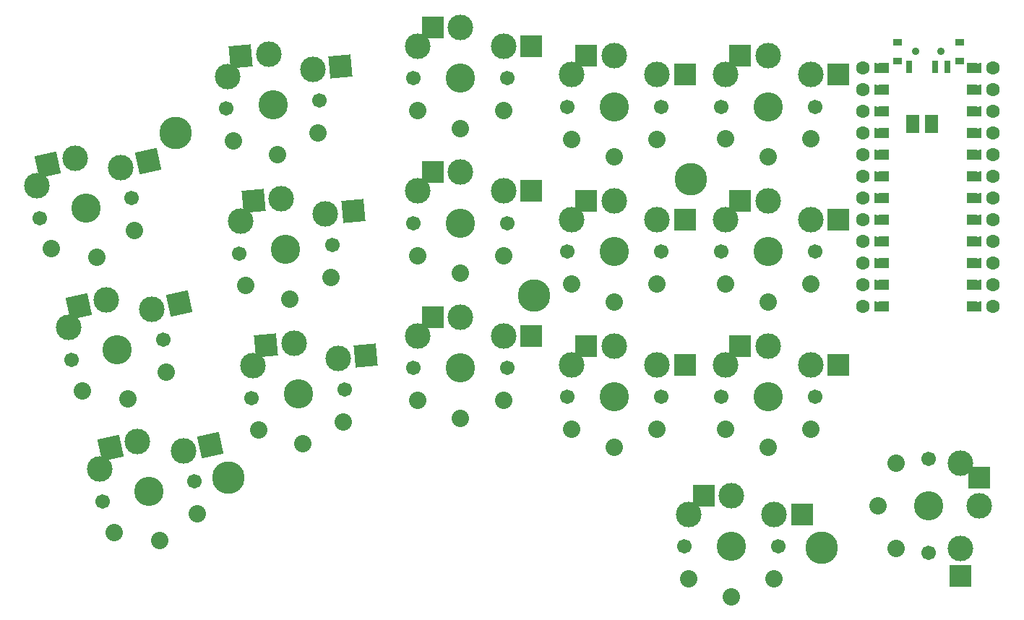
<source format=gbr>
G04 #@! TF.GenerationSoftware,KiCad,Pcbnew,6.0.0-d3dd2cf0fa~116~ubuntu20.04.1*
G04 #@! TF.CreationDate,2022-01-07T01:27:33-05:00*
G04 #@! TF.ProjectId,34_hs,33345f68-732e-46b6-9963-61645f706362,0.1*
G04 #@! TF.SameCoordinates,Original*
G04 #@! TF.FileFunction,Soldermask,Bot*
G04 #@! TF.FilePolarity,Negative*
%FSLAX46Y46*%
G04 Gerber Fmt 4.6, Leading zero omitted, Abs format (unit mm)*
G04 Created by KiCad (PCBNEW 6.0.0-d3dd2cf0fa~116~ubuntu20.04.1) date 2022-01-07 01:27:33*
%MOMM*%
%LPD*%
G01*
G04 APERTURE LIST*
G04 Aperture macros list*
%AMRotRect*
0 Rectangle, with rotation*
0 The origin of the aperture is its center*
0 $1 length*
0 $2 width*
0 $3 Rotation angle, in degrees counterclockwise*
0 Add horizontal line*
21,1,$1,$2,0,0,$3*%
%AMFreePoly0*
4,1,6,0.600000,0.200000,0.000000,-0.400000,-0.600000,0.200000,-0.600000,0.400000,0.600000,0.400000,0.600000,0.200000,0.600000,0.200000,$1*%
%AMFreePoly1*
4,1,6,0.600000,-0.250000,-0.600000,-0.250000,-0.600000,1.000000,0.000000,0.400000,0.600000,1.000000,0.600000,-0.250000,0.600000,-0.250000,$1*%
G04 Aperture macros list end*
%ADD10C,0.100000*%
%ADD11C,3.800000*%
%ADD12C,2.600000*%
%ADD13C,1.701800*%
%ADD14C,3.000000*%
%ADD15C,3.429000*%
%ADD16C,2.032000*%
%ADD17RotRect,2.600000X2.600000X12.500000*%
%ADD18R,2.600000X2.600000*%
%ADD19C,1.600000*%
%ADD20FreePoly0,270.000000*%
%ADD21FreePoly0,90.000000*%
%ADD22FreePoly1,90.000000*%
%ADD23FreePoly1,270.000000*%
%ADD24RotRect,2.600000X2.600000X5.000000*%
%ADD25C,0.900000*%
G04 APERTURE END LIST*
D10*
X131429702Y-61386557D02*
X131429702Y-63386557D01*
X131429702Y-63386557D02*
X132829702Y-63386557D01*
X132829702Y-63386557D02*
X132829702Y-61386557D01*
X132829702Y-61386557D02*
X131429702Y-61386557D01*
G36*
X132829702Y-63386557D02*
G01*
X131429702Y-63386557D01*
X131429702Y-61386557D01*
X132829702Y-61386557D01*
X132829702Y-63386557D01*
G37*
X132829702Y-63386557D02*
X131429702Y-63386557D01*
X131429702Y-61386557D01*
X132829702Y-61386557D01*
X132829702Y-63386557D01*
X133629702Y-61386557D02*
X133629702Y-63386557D01*
X133629702Y-63386557D02*
X135029702Y-63386557D01*
X135029702Y-63386557D02*
X135029702Y-61386557D01*
X135029702Y-61386557D02*
X133629702Y-61386557D01*
G36*
X135029702Y-63386557D02*
G01*
X133629702Y-63386557D01*
X133629702Y-61386557D01*
X135029702Y-61386557D01*
X135029702Y-63386557D01*
G37*
X135029702Y-63386557D02*
X133629702Y-63386557D01*
X133629702Y-61386557D01*
X135029702Y-61386557D01*
X135029702Y-63386557D01*
X128912099Y-57887003D02*
X128912099Y-58903003D01*
X128912099Y-58903003D02*
X127896099Y-58903003D01*
X127896099Y-58903003D02*
X127896099Y-57887003D01*
X127896099Y-57887003D02*
X128912099Y-57887003D01*
G36*
X128912099Y-58903003D02*
G01*
X127896099Y-58903003D01*
X127896099Y-57887003D01*
X128912099Y-57887003D01*
X128912099Y-58903003D01*
G37*
X128912099Y-58903003D02*
X127896099Y-58903003D01*
X127896099Y-57887003D01*
X128912099Y-57887003D01*
X128912099Y-58903003D01*
X128912099Y-65507003D02*
X128912099Y-66523003D01*
X128912099Y-66523003D02*
X127896099Y-66523003D01*
X127896099Y-66523003D02*
X127896099Y-65507003D01*
X127896099Y-65507003D02*
X128912099Y-65507003D01*
G36*
X128912099Y-66523003D02*
G01*
X127896099Y-66523003D01*
X127896099Y-65507003D01*
X128912099Y-65507003D01*
X128912099Y-66523003D01*
G37*
X128912099Y-66523003D02*
X127896099Y-66523003D01*
X127896099Y-65507003D01*
X128912099Y-65507003D01*
X128912099Y-66523003D01*
X128912099Y-83287003D02*
X128912099Y-84303003D01*
X128912099Y-84303003D02*
X127896099Y-84303003D01*
X127896099Y-84303003D02*
X127896099Y-83287003D01*
X127896099Y-83287003D02*
X128912099Y-83287003D01*
G36*
X128912099Y-84303003D02*
G01*
X127896099Y-84303003D01*
X127896099Y-83287003D01*
X128912099Y-83287003D01*
X128912099Y-84303003D01*
G37*
X128912099Y-84303003D02*
X127896099Y-84303003D01*
X127896099Y-83287003D01*
X128912099Y-83287003D01*
X128912099Y-84303003D01*
X128912099Y-68047003D02*
X128912099Y-69063003D01*
X128912099Y-69063003D02*
X127896099Y-69063003D01*
X127896099Y-69063003D02*
X127896099Y-68047003D01*
X127896099Y-68047003D02*
X128912099Y-68047003D01*
G36*
X128912099Y-69063003D02*
G01*
X127896099Y-69063003D01*
X127896099Y-68047003D01*
X128912099Y-68047003D01*
X128912099Y-69063003D01*
G37*
X128912099Y-69063003D02*
X127896099Y-69063003D01*
X127896099Y-68047003D01*
X128912099Y-68047003D01*
X128912099Y-69063003D01*
X139072099Y-66523003D02*
X139072099Y-65507003D01*
X139072099Y-65507003D02*
X140088099Y-65507003D01*
X140088099Y-65507003D02*
X140088099Y-66523003D01*
X140088099Y-66523003D02*
X139072099Y-66523003D01*
G36*
X140088099Y-66523003D02*
G01*
X139072099Y-66523003D01*
X139072099Y-65507003D01*
X140088099Y-65507003D01*
X140088099Y-66523003D01*
G37*
X140088099Y-66523003D02*
X139072099Y-66523003D01*
X139072099Y-65507003D01*
X140088099Y-65507003D01*
X140088099Y-66523003D01*
X139072099Y-58903003D02*
X139072099Y-57887003D01*
X139072099Y-57887003D02*
X140088099Y-57887003D01*
X140088099Y-57887003D02*
X140088099Y-58903003D01*
X140088099Y-58903003D02*
X139072099Y-58903003D01*
G36*
X140088099Y-58903003D02*
G01*
X139072099Y-58903003D01*
X139072099Y-57887003D01*
X140088099Y-57887003D01*
X140088099Y-58903003D01*
G37*
X140088099Y-58903003D02*
X139072099Y-58903003D01*
X139072099Y-57887003D01*
X140088099Y-57887003D01*
X140088099Y-58903003D01*
X128912099Y-55347003D02*
X128912099Y-56363003D01*
X128912099Y-56363003D02*
X127896099Y-56363003D01*
X127896099Y-56363003D02*
X127896099Y-55347003D01*
X127896099Y-55347003D02*
X128912099Y-55347003D01*
G36*
X128912099Y-56363003D02*
G01*
X127896099Y-56363003D01*
X127896099Y-55347003D01*
X128912099Y-55347003D01*
X128912099Y-56363003D01*
G37*
X128912099Y-56363003D02*
X127896099Y-56363003D01*
X127896099Y-55347003D01*
X128912099Y-55347003D01*
X128912099Y-56363003D01*
X128912099Y-60427003D02*
X128912099Y-61443003D01*
X128912099Y-61443003D02*
X127896099Y-61443003D01*
X127896099Y-61443003D02*
X127896099Y-60427003D01*
X127896099Y-60427003D02*
X128912099Y-60427003D01*
G36*
X128912099Y-61443003D02*
G01*
X127896099Y-61443003D01*
X127896099Y-60427003D01*
X128912099Y-60427003D01*
X128912099Y-61443003D01*
G37*
X128912099Y-61443003D02*
X127896099Y-61443003D01*
X127896099Y-60427003D01*
X128912099Y-60427003D01*
X128912099Y-61443003D01*
X139072099Y-84303003D02*
X139072099Y-83287003D01*
X139072099Y-83287003D02*
X140088099Y-83287003D01*
X140088099Y-83287003D02*
X140088099Y-84303003D01*
X140088099Y-84303003D02*
X139072099Y-84303003D01*
G36*
X140088099Y-84303003D02*
G01*
X139072099Y-84303003D01*
X139072099Y-83287003D01*
X140088099Y-83287003D01*
X140088099Y-84303003D01*
G37*
X140088099Y-84303003D02*
X139072099Y-84303003D01*
X139072099Y-83287003D01*
X140088099Y-83287003D01*
X140088099Y-84303003D01*
X128912099Y-73127003D02*
X128912099Y-74143003D01*
X128912099Y-74143003D02*
X127896099Y-74143003D01*
X127896099Y-74143003D02*
X127896099Y-73127003D01*
X127896099Y-73127003D02*
X128912099Y-73127003D01*
G36*
X128912099Y-74143003D02*
G01*
X127896099Y-74143003D01*
X127896099Y-73127003D01*
X128912099Y-73127003D01*
X128912099Y-74143003D01*
G37*
X128912099Y-74143003D02*
X127896099Y-74143003D01*
X127896099Y-73127003D01*
X128912099Y-73127003D01*
X128912099Y-74143003D01*
X139072099Y-69063003D02*
X139072099Y-68047003D01*
X139072099Y-68047003D02*
X140088099Y-68047003D01*
X140088099Y-68047003D02*
X140088099Y-69063003D01*
X140088099Y-69063003D02*
X139072099Y-69063003D01*
G36*
X140088099Y-69063003D02*
G01*
X139072099Y-69063003D01*
X139072099Y-68047003D01*
X140088099Y-68047003D01*
X140088099Y-69063003D01*
G37*
X140088099Y-69063003D02*
X139072099Y-69063003D01*
X139072099Y-68047003D01*
X140088099Y-68047003D01*
X140088099Y-69063003D01*
X139072099Y-81763003D02*
X139072099Y-80747003D01*
X139072099Y-80747003D02*
X140088099Y-80747003D01*
X140088099Y-80747003D02*
X140088099Y-81763003D01*
X140088099Y-81763003D02*
X139072099Y-81763003D01*
G36*
X140088099Y-81763003D02*
G01*
X139072099Y-81763003D01*
X139072099Y-80747003D01*
X140088099Y-80747003D01*
X140088099Y-81763003D01*
G37*
X140088099Y-81763003D02*
X139072099Y-81763003D01*
X139072099Y-80747003D01*
X140088099Y-80747003D01*
X140088099Y-81763003D01*
X139072099Y-61443003D02*
X139072099Y-60427003D01*
X139072099Y-60427003D02*
X140088099Y-60427003D01*
X140088099Y-60427003D02*
X140088099Y-61443003D01*
X140088099Y-61443003D02*
X139072099Y-61443003D01*
G36*
X140088099Y-61443003D02*
G01*
X139072099Y-61443003D01*
X139072099Y-60427003D01*
X140088099Y-60427003D01*
X140088099Y-61443003D01*
G37*
X140088099Y-61443003D02*
X139072099Y-61443003D01*
X139072099Y-60427003D01*
X140088099Y-60427003D01*
X140088099Y-61443003D01*
X128912099Y-62967003D02*
X128912099Y-63983003D01*
X128912099Y-63983003D02*
X127896099Y-63983003D01*
X127896099Y-63983003D02*
X127896099Y-62967003D01*
X127896099Y-62967003D02*
X128912099Y-62967003D01*
G36*
X128912099Y-63983003D02*
G01*
X127896099Y-63983003D01*
X127896099Y-62967003D01*
X128912099Y-62967003D01*
X128912099Y-63983003D01*
G37*
X128912099Y-63983003D02*
X127896099Y-63983003D01*
X127896099Y-62967003D01*
X128912099Y-62967003D01*
X128912099Y-63983003D01*
X139072099Y-71603003D02*
X139072099Y-70587003D01*
X139072099Y-70587003D02*
X140088099Y-70587003D01*
X140088099Y-70587003D02*
X140088099Y-71603003D01*
X140088099Y-71603003D02*
X139072099Y-71603003D01*
G36*
X140088099Y-71603003D02*
G01*
X139072099Y-71603003D01*
X139072099Y-70587003D01*
X140088099Y-70587003D01*
X140088099Y-71603003D01*
G37*
X140088099Y-71603003D02*
X139072099Y-71603003D01*
X139072099Y-70587003D01*
X140088099Y-70587003D01*
X140088099Y-71603003D01*
X139072099Y-63983003D02*
X139072099Y-62967003D01*
X139072099Y-62967003D02*
X140088099Y-62967003D01*
X140088099Y-62967003D02*
X140088099Y-63983003D01*
X140088099Y-63983003D02*
X139072099Y-63983003D01*
G36*
X140088099Y-63983003D02*
G01*
X139072099Y-63983003D01*
X139072099Y-62967003D01*
X140088099Y-62967003D01*
X140088099Y-63983003D01*
G37*
X140088099Y-63983003D02*
X139072099Y-63983003D01*
X139072099Y-62967003D01*
X140088099Y-62967003D01*
X140088099Y-63983003D01*
X139072099Y-79223003D02*
X139072099Y-78207003D01*
X139072099Y-78207003D02*
X140088099Y-78207003D01*
X140088099Y-78207003D02*
X140088099Y-79223003D01*
X140088099Y-79223003D02*
X139072099Y-79223003D01*
G36*
X140088099Y-79223003D02*
G01*
X139072099Y-79223003D01*
X139072099Y-78207003D01*
X140088099Y-78207003D01*
X140088099Y-79223003D01*
G37*
X140088099Y-79223003D02*
X139072099Y-79223003D01*
X139072099Y-78207003D01*
X140088099Y-78207003D01*
X140088099Y-79223003D01*
X139072099Y-56363003D02*
X139072099Y-55347003D01*
X139072099Y-55347003D02*
X140088099Y-55347003D01*
X140088099Y-55347003D02*
X140088099Y-56363003D01*
X140088099Y-56363003D02*
X139072099Y-56363003D01*
G36*
X140088099Y-56363003D02*
G01*
X139072099Y-56363003D01*
X139072099Y-55347003D01*
X140088099Y-55347003D01*
X140088099Y-56363003D01*
G37*
X140088099Y-56363003D02*
X139072099Y-56363003D01*
X139072099Y-55347003D01*
X140088099Y-55347003D01*
X140088099Y-56363003D01*
X128912099Y-70587003D02*
X128912099Y-71603003D01*
X128912099Y-71603003D02*
X127896099Y-71603003D01*
X127896099Y-71603003D02*
X127896099Y-70587003D01*
X127896099Y-70587003D02*
X128912099Y-70587003D01*
G36*
X128912099Y-71603003D02*
G01*
X127896099Y-71603003D01*
X127896099Y-70587003D01*
X128912099Y-70587003D01*
X128912099Y-71603003D01*
G37*
X128912099Y-71603003D02*
X127896099Y-71603003D01*
X127896099Y-70587003D01*
X128912099Y-70587003D01*
X128912099Y-71603003D01*
X128912099Y-78207003D02*
X128912099Y-79223003D01*
X128912099Y-79223003D02*
X127896099Y-79223003D01*
X127896099Y-79223003D02*
X127896099Y-78207003D01*
X127896099Y-78207003D02*
X128912099Y-78207003D01*
G36*
X128912099Y-79223003D02*
G01*
X127896099Y-79223003D01*
X127896099Y-78207003D01*
X128912099Y-78207003D01*
X128912099Y-79223003D01*
G37*
X128912099Y-79223003D02*
X127896099Y-79223003D01*
X127896099Y-78207003D01*
X128912099Y-78207003D01*
X128912099Y-79223003D01*
X139072099Y-74143003D02*
X139072099Y-73127003D01*
X139072099Y-73127003D02*
X140088099Y-73127003D01*
X140088099Y-73127003D02*
X140088099Y-74143003D01*
X140088099Y-74143003D02*
X139072099Y-74143003D01*
G36*
X140088099Y-74143003D02*
G01*
X139072099Y-74143003D01*
X139072099Y-73127003D01*
X140088099Y-73127003D01*
X140088099Y-74143003D01*
G37*
X140088099Y-74143003D02*
X139072099Y-74143003D01*
X139072099Y-73127003D01*
X140088099Y-73127003D01*
X140088099Y-74143003D01*
X128912099Y-80747003D02*
X128912099Y-81763003D01*
X128912099Y-81763003D02*
X127896099Y-81763003D01*
X127896099Y-81763003D02*
X127896099Y-80747003D01*
X127896099Y-80747003D02*
X128912099Y-80747003D01*
G36*
X128912099Y-81763003D02*
G01*
X127896099Y-81763003D01*
X127896099Y-80747003D01*
X128912099Y-80747003D01*
X128912099Y-81763003D01*
G37*
X128912099Y-81763003D02*
X127896099Y-81763003D01*
X127896099Y-80747003D01*
X128912099Y-80747003D01*
X128912099Y-81763003D01*
X128912099Y-75667003D02*
X128912099Y-76683003D01*
X128912099Y-76683003D02*
X127896099Y-76683003D01*
X127896099Y-76683003D02*
X127896099Y-75667003D01*
X127896099Y-75667003D02*
X128912099Y-75667003D01*
G36*
X128912099Y-76683003D02*
G01*
X127896099Y-76683003D01*
X127896099Y-75667003D01*
X128912099Y-75667003D01*
X128912099Y-76683003D01*
G37*
X128912099Y-76683003D02*
X127896099Y-76683003D01*
X127896099Y-75667003D01*
X128912099Y-75667003D01*
X128912099Y-76683003D01*
X139072099Y-76683003D02*
X139072099Y-75667003D01*
X139072099Y-75667003D02*
X140088099Y-75667003D01*
X140088099Y-75667003D02*
X140088099Y-76683003D01*
X140088099Y-76683003D02*
X139072099Y-76683003D01*
G36*
X140088099Y-76683003D02*
G01*
X139072099Y-76683003D01*
X139072099Y-75667003D01*
X140088099Y-75667003D01*
X140088099Y-76683003D01*
G37*
X140088099Y-76683003D02*
X139072099Y-76683003D01*
X139072099Y-75667003D01*
X140088099Y-75667003D01*
X140088099Y-76683003D01*
X135950576Y-55011813D02*
X135950576Y-56411813D01*
X135950576Y-56411813D02*
X136550576Y-56411813D01*
X136550576Y-56411813D02*
X136550576Y-55011813D01*
X136550576Y-55011813D02*
X135950576Y-55011813D01*
G36*
X136550576Y-56411813D02*
G01*
X135950576Y-56411813D01*
X135950576Y-55011813D01*
X136550576Y-55011813D01*
X136550576Y-56411813D01*
G37*
X136550576Y-56411813D02*
X135950576Y-56411813D01*
X135950576Y-55011813D01*
X136550576Y-55011813D01*
X136550576Y-56411813D01*
X131450576Y-55011813D02*
X131450576Y-56411813D01*
X131450576Y-56411813D02*
X132050576Y-56411813D01*
X132050576Y-56411813D02*
X132050576Y-55011813D01*
X132050576Y-55011813D02*
X131450576Y-55011813D01*
G36*
X132050576Y-56411813D02*
G01*
X131450576Y-56411813D01*
X131450576Y-55011813D01*
X132050576Y-55011813D01*
X132050576Y-56411813D01*
G37*
X132050576Y-56411813D02*
X131450576Y-56411813D01*
X131450576Y-55011813D01*
X132050576Y-55011813D01*
X132050576Y-56411813D01*
X137200576Y-52511813D02*
X137200576Y-53211813D01*
X137200576Y-53211813D02*
X138100576Y-53211813D01*
X138100576Y-53211813D02*
X138100576Y-52511813D01*
X138100576Y-52511813D02*
X137200576Y-52511813D01*
G36*
X138100576Y-53211813D02*
G01*
X137200576Y-53211813D01*
X137200576Y-52511813D01*
X138100576Y-52511813D01*
X138100576Y-53211813D01*
G37*
X138100576Y-53211813D02*
X137200576Y-53211813D01*
X137200576Y-52511813D01*
X138100576Y-52511813D01*
X138100576Y-53211813D01*
X134450576Y-55011813D02*
X134450576Y-56411813D01*
X134450576Y-56411813D02*
X135050576Y-56411813D01*
X135050576Y-56411813D02*
X135050576Y-55011813D01*
X135050576Y-55011813D02*
X134450576Y-55011813D01*
G36*
X135050576Y-56411813D02*
G01*
X134450576Y-56411813D01*
X134450576Y-55011813D01*
X135050576Y-55011813D01*
X135050576Y-56411813D01*
G37*
X135050576Y-56411813D02*
X134450576Y-56411813D01*
X134450576Y-55011813D01*
X135050576Y-55011813D01*
X135050576Y-56411813D01*
X129900576Y-52511813D02*
X129900576Y-53211813D01*
X129900576Y-53211813D02*
X130800576Y-53211813D01*
X130800576Y-53211813D02*
X130800576Y-52511813D01*
X130800576Y-52511813D02*
X129900576Y-52511813D01*
G36*
X130800576Y-53211813D02*
G01*
X129900576Y-53211813D01*
X129900576Y-52511813D01*
X130800576Y-52511813D01*
X130800576Y-53211813D01*
G37*
X130800576Y-53211813D02*
X129900576Y-53211813D01*
X129900576Y-52511813D01*
X130800576Y-52511813D01*
X130800576Y-53211813D01*
X137200576Y-54711813D02*
X137200576Y-55411813D01*
X137200576Y-55411813D02*
X138100576Y-55411813D01*
X138100576Y-55411813D02*
X138100576Y-54711813D01*
X138100576Y-54711813D02*
X137200576Y-54711813D01*
G36*
X138100576Y-55411813D02*
G01*
X137200576Y-55411813D01*
X137200576Y-54711813D01*
X138100576Y-54711813D01*
X138100576Y-55411813D01*
G37*
X138100576Y-55411813D02*
X137200576Y-55411813D01*
X137200576Y-54711813D01*
X138100576Y-54711813D01*
X138100576Y-55411813D01*
X129900576Y-54711813D02*
X129900576Y-55411813D01*
X129900576Y-55411813D02*
X130800576Y-55411813D01*
X130800576Y-55411813D02*
X130800576Y-54711813D01*
X130800576Y-54711813D02*
X129900576Y-54711813D01*
G36*
X130800576Y-55411813D02*
G01*
X129900576Y-55411813D01*
X129900576Y-54711813D01*
X130800576Y-54711813D01*
X130800576Y-55411813D01*
G37*
X130800576Y-55411813D02*
X129900576Y-55411813D01*
X129900576Y-54711813D01*
X130800576Y-54711813D01*
X130800576Y-55411813D01*
D11*
X87858600Y-82575400D03*
D12*
X87858600Y-82575400D03*
D13*
X44358628Y-87709582D03*
D14*
X43058831Y-84156692D03*
X33295871Y-86321088D03*
D15*
X38989000Y-88900000D03*
D14*
X37701184Y-83091039D03*
D13*
X33619372Y-90090418D03*
D16*
X40265994Y-94660146D03*
D17*
X34503815Y-83799878D03*
D16*
X44692951Y-91527727D03*
D17*
X46256201Y-83447852D03*
D16*
X34929990Y-93692123D03*
D13*
X40679152Y-71112557D03*
D14*
X29616395Y-69724063D03*
D13*
X29939896Y-73493393D03*
D14*
X39379355Y-67559667D03*
X34021708Y-66494014D03*
D15*
X35309524Y-72302975D03*
D17*
X30824339Y-67202853D03*
D16*
X36586518Y-78063121D03*
X31250514Y-77095098D03*
D17*
X42576725Y-66850827D03*
D16*
X41013475Y-74930702D03*
D13*
X84730000Y-57058851D03*
D14*
X74230000Y-53308851D03*
X79230000Y-51108851D03*
X84230000Y-53308851D03*
D13*
X73730000Y-57058851D03*
D15*
X79230000Y-57058851D03*
D16*
X79230000Y-62958851D03*
D18*
X75955000Y-51108851D03*
D16*
X74230000Y-60858851D03*
X84230000Y-60858851D03*
D18*
X87505000Y-53308851D03*
D14*
X115225000Y-71474999D03*
X110225000Y-73674999D03*
D13*
X109725000Y-77424999D03*
D15*
X115225000Y-77424999D03*
D13*
X120725000Y-77424999D03*
D14*
X120225000Y-73674999D03*
D18*
X111950000Y-71474999D03*
D16*
X115225000Y-83324999D03*
D18*
X123500000Y-73674999D03*
D16*
X120225000Y-81224999D03*
X110225000Y-81224999D03*
D15*
X115225000Y-60425000D03*
D13*
X109725000Y-60425000D03*
D14*
X120225000Y-56675000D03*
X110225000Y-56675000D03*
D13*
X120725000Y-60425000D03*
D14*
X115225000Y-54475000D03*
D16*
X115225000Y-66325000D03*
D18*
X111950000Y-54475000D03*
X123500000Y-56675000D03*
D16*
X120225000Y-64225000D03*
X110225000Y-64225000D03*
D19*
X126372099Y-55855003D03*
X141612099Y-66015003D03*
D20*
X139834099Y-78715003D03*
D21*
X128150099Y-76175003D03*
D19*
X141612099Y-60935003D03*
D20*
X139834099Y-71095003D03*
D19*
X126372099Y-63475003D03*
X126372099Y-68555003D03*
D21*
X128150099Y-78715003D03*
X128150099Y-66015003D03*
D19*
X141612099Y-71095003D03*
D20*
X139834099Y-58395003D03*
D19*
X141612099Y-83795003D03*
D20*
X139834099Y-76175003D03*
D21*
X128150099Y-71095003D03*
X128150099Y-60935003D03*
D19*
X126372099Y-58395003D03*
X141612099Y-76175003D03*
D21*
X128150099Y-83795003D03*
D20*
X139834099Y-81255003D03*
D19*
X141612099Y-68555003D03*
D21*
X128150099Y-81255003D03*
D19*
X141612099Y-55855003D03*
D21*
X128150099Y-58395003D03*
D19*
X141612099Y-73635003D03*
X141612099Y-63475003D03*
X126372099Y-60935003D03*
X126372099Y-81255003D03*
D21*
X128150099Y-73635003D03*
D19*
X126372099Y-71095003D03*
D20*
X139834099Y-83795003D03*
D21*
X128150099Y-68555003D03*
D19*
X126372099Y-78715003D03*
D20*
X139834099Y-55855003D03*
D19*
X141612099Y-58395003D03*
D20*
X139834099Y-73635003D03*
X139834099Y-68555003D03*
X139834099Y-66015003D03*
D19*
X126372099Y-66015003D03*
D20*
X139834099Y-60935003D03*
D19*
X126372099Y-76175003D03*
X126372099Y-83795003D03*
X126372099Y-73635003D03*
D21*
X128150099Y-63475003D03*
D19*
X141612099Y-81255003D03*
D21*
X128150099Y-55855003D03*
D19*
X141612099Y-78715003D03*
D20*
X139834099Y-63475003D03*
D22*
X129166099Y-55855003D03*
X129166099Y-58395003D03*
X129166099Y-60935003D03*
X129166099Y-63475003D03*
X129166099Y-66015003D03*
X129166099Y-68555003D03*
X129166099Y-71095003D03*
X129166099Y-73635003D03*
X129166099Y-76175003D03*
X129166099Y-78715003D03*
X129166099Y-81255003D03*
X129166099Y-83795003D03*
D23*
X138818099Y-83795003D03*
X138818099Y-81255003D03*
X138818099Y-78715003D03*
X138818099Y-76175003D03*
X138818099Y-73635003D03*
X138818099Y-71095003D03*
X138818099Y-68555003D03*
X138818099Y-66015003D03*
X138818099Y-63475003D03*
X138818099Y-60935003D03*
X138818099Y-58395003D03*
X138818099Y-55855003D03*
D11*
X51993800Y-103886000D03*
D12*
X51993800Y-103886000D03*
D15*
X97233086Y-94427566D03*
D14*
X92233086Y-90677566D03*
D13*
X102733086Y-94427566D03*
D14*
X97233086Y-88477566D03*
X102233086Y-90677566D03*
D13*
X91733086Y-94427566D03*
D16*
X97233086Y-100327566D03*
D18*
X93958086Y-88477566D03*
D16*
X92233086Y-98227566D03*
X102233086Y-98227566D03*
D18*
X105508086Y-90677566D03*
D14*
X92233086Y-73677564D03*
X97233086Y-71477564D03*
D13*
X102733086Y-77427564D03*
D15*
X97233086Y-77427564D03*
D14*
X102233086Y-73677564D03*
D13*
X91733086Y-77427564D03*
D18*
X93958086Y-71477564D03*
D16*
X97233086Y-83327564D03*
X102233086Y-81227564D03*
X92233086Y-81227564D03*
D18*
X105508086Y-73677564D03*
D15*
X134025000Y-107175000D03*
D14*
X137775000Y-102175000D03*
X139975000Y-107175000D03*
X137775000Y-112175000D03*
D13*
X134025000Y-112675000D03*
X134025000Y-101675000D03*
D18*
X139975000Y-103900000D03*
D16*
X128125000Y-107175000D03*
X130225000Y-112175000D03*
X130225000Y-102175000D03*
D18*
X137775000Y-115450000D03*
D13*
X102733086Y-60427567D03*
D14*
X97233086Y-54477567D03*
D13*
X91733086Y-60427567D03*
D14*
X92233086Y-56677567D03*
X102233086Y-56677567D03*
D15*
X97233086Y-60427567D03*
D18*
X93958086Y-54477567D03*
D16*
X97233086Y-66327567D03*
D18*
X105508086Y-56677567D03*
D16*
X92233086Y-64227567D03*
X102233086Y-64227567D03*
D15*
X110975000Y-111925000D03*
D14*
X110975000Y-105975000D03*
X105975000Y-108175000D03*
X115975000Y-108175000D03*
D13*
X116475000Y-111925000D03*
X105475000Y-111925000D03*
D16*
X110975000Y-117825000D03*
D18*
X107700000Y-105975000D03*
D16*
X105975000Y-115725000D03*
X115975000Y-115725000D03*
D18*
X119250000Y-108175000D03*
D14*
X59683573Y-88133851D03*
D13*
X54723079Y-94540566D03*
D14*
X64856289Y-89889700D03*
X54894342Y-90761258D03*
D13*
X65681221Y-93581852D03*
D15*
X60202150Y-94061209D03*
D24*
X56421036Y-88419286D03*
D16*
X60716369Y-99938758D03*
X55552368Y-98282528D03*
X65514315Y-97410970D03*
D24*
X68118827Y-89604265D03*
D15*
X79230000Y-91058862D03*
D13*
X84730000Y-91058862D03*
D14*
X79230000Y-85108862D03*
X74230000Y-87308862D03*
X84230000Y-87308862D03*
D13*
X73730000Y-91058862D03*
D16*
X79230000Y-96958862D03*
D18*
X75955000Y-85108862D03*
D16*
X84230000Y-94858862D03*
X74230000Y-94858862D03*
D18*
X87505000Y-87308862D03*
D11*
X106222800Y-68935600D03*
D12*
X106222800Y-68935600D03*
D14*
X53412694Y-73825950D03*
X58201925Y-71198543D03*
D13*
X53241431Y-77605258D03*
X64199573Y-76646544D03*
D15*
X58720502Y-77125901D03*
D14*
X63374641Y-72954392D03*
D24*
X54939388Y-71483978D03*
D16*
X59234721Y-83003450D03*
D24*
X66637179Y-72668957D03*
D16*
X64032667Y-80475662D03*
X54070720Y-81347220D03*
D14*
X56720283Y-54263227D03*
X61892999Y-56019076D03*
D13*
X51759789Y-60669942D03*
X62717931Y-59711228D03*
D14*
X51931052Y-56890634D03*
D15*
X57238860Y-60190585D03*
D24*
X53457746Y-54548662D03*
D16*
X57753079Y-66068134D03*
X62551025Y-63540346D03*
D24*
X65155537Y-55733641D03*
D16*
X52589078Y-64411904D03*
D12*
X45821600Y-63474600D03*
D11*
X45821600Y-63474600D03*
D25*
X135500576Y-53961813D03*
X132500576Y-53961813D03*
X135500576Y-53961813D03*
X132500576Y-53961813D03*
D11*
X121513600Y-112115600D03*
D12*
X121513600Y-112115600D03*
D13*
X48033771Y-104307229D03*
D15*
X42664143Y-105497647D03*
D14*
X41376327Y-99688686D03*
X36971014Y-102918735D03*
X46733974Y-100754339D03*
D13*
X37294515Y-106688065D03*
D17*
X38178958Y-100397525D03*
D16*
X43941137Y-111257793D03*
X38605133Y-110289770D03*
X48368094Y-108125374D03*
D17*
X49931344Y-100045499D03*
D14*
X79230000Y-68108851D03*
D13*
X84730000Y-74058851D03*
D14*
X74230000Y-70308851D03*
D15*
X79230000Y-74058851D03*
D14*
X84230000Y-70308851D03*
D13*
X73730000Y-74058851D03*
D16*
X79230000Y-79958851D03*
D18*
X75955000Y-68108851D03*
X87505000Y-70308851D03*
D16*
X74230000Y-77858851D03*
X84230000Y-77858851D03*
D15*
X115225000Y-94422430D03*
D14*
X115225000Y-88472430D03*
D13*
X109725000Y-94422430D03*
X120725000Y-94422430D03*
D14*
X110225000Y-90672430D03*
X120225000Y-90672430D03*
D18*
X111950000Y-88472430D03*
D16*
X115225000Y-100322430D03*
X110225000Y-98222430D03*
X120225000Y-98222430D03*
D18*
X123500000Y-90672430D03*
M02*

</source>
